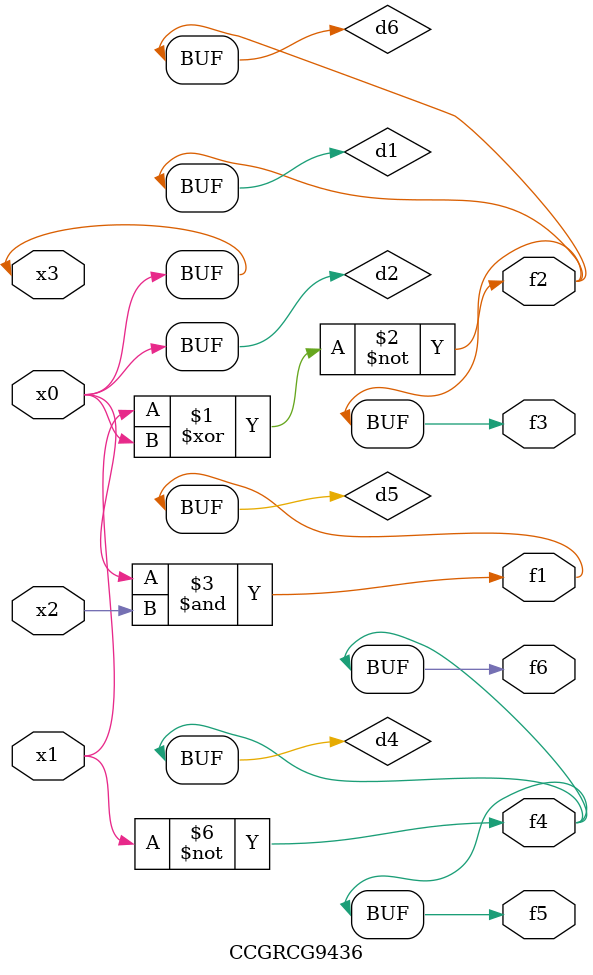
<source format=v>
module CCGRCG9436(
	input x0, x1, x2, x3,
	output f1, f2, f3, f4, f5, f6
);

	wire d1, d2, d3, d4, d5, d6;

	xnor (d1, x1, x3);
	buf (d2, x0, x3);
	nand (d3, x0, x2);
	not (d4, x1);
	nand (d5, d3);
	or (d6, d1);
	assign f1 = d5;
	assign f2 = d6;
	assign f3 = d6;
	assign f4 = d4;
	assign f5 = d4;
	assign f6 = d4;
endmodule

</source>
